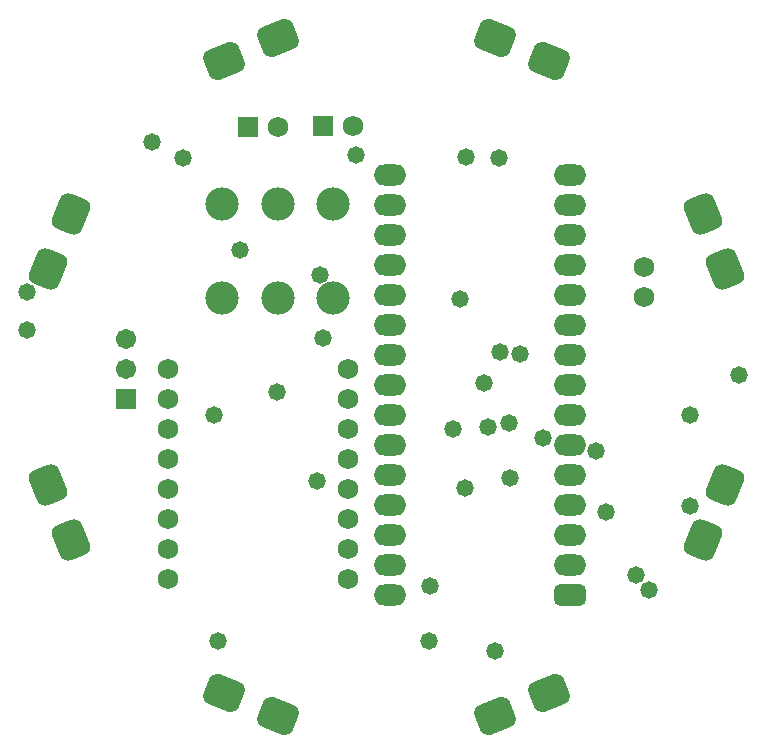
<source format=gbs>
G04*
G04 #@! TF.GenerationSoftware,Altium Limited,CircuitMaker,2.1.0 (2.1.0.4)*
G04*
G04 Layer_Color=8150272*
%FSLAX44Y44*%
%MOMM*%
G71*
G04*
G04 #@! TF.SameCoordinates,92338436-DD38-40F9-96A6-762CB33EEFC5*
G04*
G04*
G04 #@! TF.FilePolarity,Negative*
G04*
G01*
G75*
%ADD29C,1.7272*%
G04:AMPARAMS|DCode=30|XSize=3.2032mm|YSize=2.7032mm|CornerRadius=0.7266mm|HoleSize=0mm|Usage=FLASHONLY|Rotation=112.500|XOffset=0mm|YOffset=0mm|HoleType=Round|Shape=RoundedRectangle|*
%AMROUNDEDRECTD30*
21,1,3.2032,1.2500,0,0,112.5*
21,1,1.7500,2.7032,0,0,112.5*
1,1,1.4532,0.2426,1.0476*
1,1,1.4532,0.9123,-0.5692*
1,1,1.4532,-0.2426,-1.0476*
1,1,1.4532,-0.9123,0.5692*
%
%ADD30ROUNDEDRECTD30*%
%ADD31C,1.7032*%
%ADD32R,1.7032X1.7032*%
%ADD33O,2.7432X1.8032*%
%ADD34C,2.8194*%
G04:AMPARAMS|DCode=35|XSize=2.7432mm|YSize=1.8032mm|CornerRadius=0.5016mm|HoleSize=0mm|Usage=FLASHONLY|Rotation=180.000|XOffset=0mm|YOffset=0mm|HoleType=Round|Shape=RoundedRectangle|*
%AMROUNDEDRECTD35*
21,1,2.7432,0.8000,0,0,180.0*
21,1,1.7400,1.8032,0,0,180.0*
1,1,1.0032,-0.8700,0.4000*
1,1,1.0032,0.8700,0.4000*
1,1,1.0032,0.8700,-0.4000*
1,1,1.0032,-0.8700,-0.4000*
%
%ADD35ROUNDEDRECTD35*%
G04:AMPARAMS|DCode=36|XSize=3.2032mm|YSize=2.7032mm|CornerRadius=0.7266mm|HoleSize=0mm|Usage=FLASHONLY|Rotation=202.500|XOffset=0mm|YOffset=0mm|HoleType=Round|Shape=RoundedRectangle|*
%AMROUNDEDRECTD36*
21,1,3.2032,1.2500,0,0,202.5*
21,1,1.7500,2.7032,0,0,202.5*
1,1,1.4532,-1.0476,0.2426*
1,1,1.4532,0.5692,0.9123*
1,1,1.4532,1.0476,-0.2426*
1,1,1.4532,-0.5692,-0.9123*
%
%ADD36ROUNDEDRECTD36*%
G04:AMPARAMS|DCode=37|XSize=3.2032mm|YSize=2.7032mm|CornerRadius=0.7266mm|HoleSize=0mm|Usage=FLASHONLY|Rotation=67.500|XOffset=0mm|YOffset=0mm|HoleType=Round|Shape=RoundedRectangle|*
%AMROUNDEDRECTD37*
21,1,3.2032,1.2500,0,0,67.5*
21,1,1.7500,2.7032,0,0,67.5*
1,1,1.4532,0.9123,0.5692*
1,1,1.4532,0.2426,-1.0476*
1,1,1.4532,-0.9123,-0.5692*
1,1,1.4532,-0.2426,1.0476*
%
%ADD37ROUNDEDRECTD37*%
G04:AMPARAMS|DCode=38|XSize=3.2032mm|YSize=2.7032mm|CornerRadius=0.7266mm|HoleSize=0mm|Usage=FLASHONLY|Rotation=157.500|XOffset=0mm|YOffset=0mm|HoleType=Round|Shape=RoundedRectangle|*
%AMROUNDEDRECTD38*
21,1,3.2032,1.2500,0,0,157.5*
21,1,1.7500,2.7032,0,0,157.5*
1,1,1.4532,-0.5692,0.9123*
1,1,1.4532,1.0476,0.2426*
1,1,1.4532,0.5692,-0.9123*
1,1,1.4532,-1.0476,-0.2426*
%
%ADD38ROUNDEDRECTD38*%
%ADD39R,1.7272X1.7272*%
%ADD40C,1.4732*%
D29*
X557824Y433364D02*
D03*
Y407964D02*
D03*
X155234Y347004D02*
D03*
X247944Y551474D02*
D03*
X155234Y296204D02*
D03*
X307634Y347004D02*
D03*
Y321604D02*
D03*
Y296204D02*
D03*
Y270804D02*
D03*
Y245404D02*
D03*
Y220004D02*
D03*
Y194604D02*
D03*
Y169204D02*
D03*
X155234D02*
D03*
Y194604D02*
D03*
Y220004D02*
D03*
Y245404D02*
D03*
Y270804D02*
D03*
Y321604D02*
D03*
X311444Y552744D02*
D03*
D30*
X72487Y202182D02*
D03*
X53353Y248376D02*
D03*
X626815Y431792D02*
D03*
X607681Y477986D02*
D03*
D31*
X119674Y347004D02*
D03*
Y372404D02*
D03*
D32*
Y321604D02*
D03*
D33*
X342624Y155674D02*
D03*
X495024Y231874D02*
D03*
Y181074D02*
D03*
Y206474D02*
D03*
Y257274D02*
D03*
Y282674D02*
D03*
Y308074D02*
D03*
Y333474D02*
D03*
Y358874D02*
D03*
Y384274D02*
D03*
Y409674D02*
D03*
Y435074D02*
D03*
Y460474D02*
D03*
Y485874D02*
D03*
Y511274D02*
D03*
X342624D02*
D03*
Y485874D02*
D03*
Y460474D02*
D03*
Y435074D02*
D03*
Y409674D02*
D03*
Y384274D02*
D03*
Y358874D02*
D03*
Y333474D02*
D03*
Y308074D02*
D03*
Y282674D02*
D03*
Y257274D02*
D03*
Y231874D02*
D03*
Y206474D02*
D03*
Y181074D02*
D03*
D34*
X247944Y486704D02*
D03*
X200954D02*
D03*
X294934D02*
D03*
Y406694D02*
D03*
X247944D02*
D03*
X200954D02*
D03*
D35*
X495024Y155674D02*
D03*
D36*
X477986Y72487D02*
D03*
X431792Y53353D02*
D03*
X248376Y626815D02*
D03*
X202182Y607681D02*
D03*
D37*
X72487Y477986D02*
D03*
X53353Y431792D02*
D03*
X607681Y202182D02*
D03*
X626815Y248376D02*
D03*
D38*
X202182Y72487D02*
D03*
X248376Y53353D02*
D03*
X477986Y607681D02*
D03*
X431792Y626815D02*
D03*
D39*
X286044Y552744D02*
D03*
X222544Y551474D02*
D03*
D40*
X443524Y301284D02*
D03*
X472734Y288584D02*
D03*
X517184Y277154D02*
D03*
X396534Y296204D02*
D03*
X425744Y297474D02*
D03*
X551474Y172506D02*
D03*
X141721Y539282D02*
D03*
X453430Y359958D02*
D03*
X638596Y341924D02*
D03*
X406440Y246166D02*
D03*
X525566Y225846D02*
D03*
X562396Y159552D02*
D03*
X197144Y116880D02*
D03*
X286552Y373420D02*
D03*
X402122Y406440D02*
D03*
X435142Y525566D02*
D03*
X431840Y107990D02*
D03*
X407202Y526836D02*
D03*
X167426Y525312D02*
D03*
X35600Y380278D02*
D03*
X215686Y448096D02*
D03*
X194096Y308396D02*
D03*
X246928Y327651D02*
D03*
X283504Y426760D02*
D03*
X375706Y116880D02*
D03*
X376722Y162854D02*
D03*
X281472Y252516D02*
D03*
X435904Y360974D02*
D03*
X596686Y230672D02*
D03*
Y308142D02*
D03*
X444286Y254802D02*
D03*
X314238Y528106D02*
D03*
X35600Y412282D02*
D03*
X422696Y335320D02*
D03*
M02*

</source>
